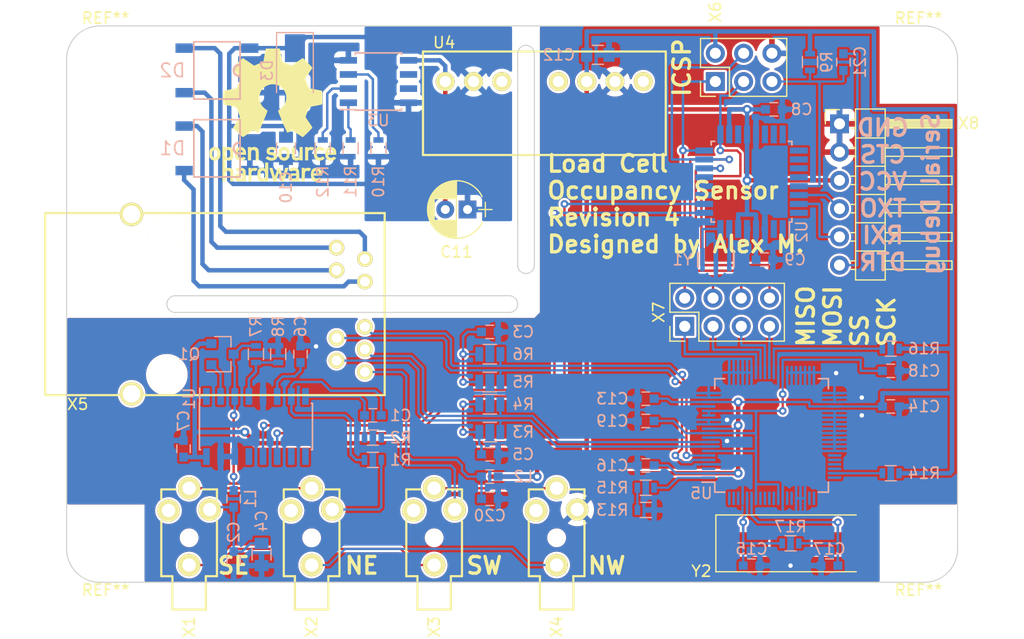
<source format=kicad_pcb>
(kicad_pcb (version 20221018) (generator pcbnew)
  (title_block (title "Load Cell Occupancy Sensor") (date "2018-03-17") (rev "4") (company "Alex M."))
  (layers (0 "F.Cu" signal) (31 "B.Cu" signal) (34 "B.Paste" user) (35 "F.Paste" user) (36 "B.SilkS" user "B.Silkscreen") (37 "F.SilkS" user "F.Silkscreen") (38 "B.Mask" user) (39 "F.Mask" user) (44 "Edge.Cuts" user))
  (net 0 "")
  (net 1 "Net-(C1-Pad2)")
  (net 2 "Net-(C1-Pad1)")
  (net 3 "GND")
  (net 4 "Net-(C2-Pad1)")
  (net 5 "Net-(C3-Pad1)")
  (net 6 "Net-(C5-Pad1)")
  (net 7 "Net-(C6-Pad1)")
  (net 8 "+3V3")
  (net 9 "Net-(C11-Pad2)")
  (net 10 "Net-(C17-Pad1)")
  (net 11 "/PoE_PD_Interface/VC36")
  (net 12 "/PoE_PD_Interface/VC12")
  (net 13 "/PoE_PD_Interface/VC45")
  (net 14 "/PoE_PD_Interface/VC78")
  (net 15 "Net-(Q1-Pad1)")
  (net 16 "Net-(R1-Pad1)")
  (net 17 "Net-(R2-Pad1)")
  (net 18 "Net-(R7-Pad2)")
  (net 19 "RST")
  (net 20 "Net-(R10-Pad1)")
  (net 21 "Net-(R11-Pad2)")
  (net 22 "Net-(R12-Pad2)")
  (net 23 "Net-(R13-Pad2)")
  (net 24 "Net-(R14-Pad2)")
  (net 25 "Net-(R15-Pad2)")
  (net 26 "CLK")
  (net 27 "DAT")
  (net 28 "Net-(U2-Pad7)")
  (net 29 "Net-(U2-Pad8)")
  (net 30 "SS")
  (net 31 "MOSI")
  (net 32 "MISO")
  (net 33 "SCK")
  (net 34 "Net-(X2-Pad3)")
  (net 35 "Net-(L1-Pad2)")
  (net 36 "Net-(R16-Pad2)")
  (net 37 "Net-(X1-Pad3)")
  (net 38 "Net-(X1-Pad4)")
  (net 39 "Net-(X3-Pad4)")
  (net 40 "/PoE_PD_Interface/P")
  (net 41 "/PoE_PD_Interface/N")
  (net 42 "Net-(C15-Pad1)")
  (net 43 "/W5100_Ethernet_Interface/1V8")
  (net 44 "Net-(C20-Pad1)")
  (net 45 "/TD+")
  (net 46 "/TD-")
  (net 47 "/RD+")
  (net 48 "/RD-")
  (net 49 "Net-(U1-Pad9)")
  (net 50 "Net-(U1-Pad10)")
  (net 51 "Net-(U1-Pad13)")
  (net 52 "Net-(U2-Pad11)")
  (net 53 "Net-(U2-Pad12)")
  (net 54 "Net-(U2-Pad13)")
  (net 55 "Net-(U2-Pad19)")
  (net 56 "Net-(U2-Pad22)")
  (net 57 "Net-(U2-Pad23)")
  (net 58 "Net-(U2-Pad24)")
  (net 59 "Net-(U2-Pad25)")
  (net 60 "Net-(U2-Pad26)")
  (net 61 "Net-(U2-Pad27)")
  (net 62 "Net-(U2-Pad28)")
  (net 63 "RXI")
  (net 64 "TXO")
  (net 65 "Net-(U2-Pad32)")
  (net 66 "Net-(U3-Pad6)")
  (net 67 "Net-(U3-Pad7)")
  (net 68 "Net-(U4-Pad3)")
  (net 69 "Net-(U4-Pad5)")
  (net 70 "Net-(U4-Pad8)")
  (net 71 "Net-(U5-Pad3)")
  (net 72 "Net-(U5-Pad27)")
  (net 73 "Net-(U5-Pad28)")
  (net 74 "Net-(U5-Pad29)")
  (net 75 "Net-(U5-Pad30)")
  (net 76 "Net-(U5-Pad55)")
  (net 77 "Net-(U5-Pad56)")
  (net 78 "Net-(U5-Pad57)")
  (net 79 "Net-(U5-Pad58)")
  (net 80 "Net-(U5-Pad60)")
  (net 81 "Net-(U5-Pad61)")
  (net 82 "Net-(U5-Pad62)")
  (net 83 "Net-(U5-Pad66)")
  (net 84 "Net-(U5-Pad67)")
  (net 85 "Net-(U5-Pad70)")
  (net 86 "Net-(U5-Pad71)")
  (net 87 "Net-(U5-Pad72)")
  (net 88 "Net-(U5-Pad73)")
  (net 89 "Net-(U5-Pad78)")
  (net 90 "Net-(U5-Pad79)")
  (net 91 "Net-(U5-Pad80)")
  (net 92 "Net-(X1-Pad1)")
  (net 93 "Net-(X2-Pad1)")
  (net 94 "DTR")
  (net 95 "Net-(U2-Pad1)")
  (net 96 "Net-(U2-Pad2)")
  (net 97 "Net-(X3-Pad3)")
  (net 98 "Net-(X4-Pad3)")
  (footprint "Capacitors_ThroughHole:CP_Radial_D5.0mm_P2.00mm" (layer "F.Cu") (at 111 111.5 180)
    (fp_text reference "C11")
    (fp_text value "22u")
  )
  (footprint "AlexComponents:PG02S" (layer "F.Cu") (at 109 100)
    (fp_text reference "U4")
    (fp_text value "PG02S4803A")
  )
  (footprint "AlexComponents:0813-1X1T-57-F_RJ45-Jack" (layer "F.Cu") (at 84 120 90)
    (fp_text reference "X5")
    (fp_text value "0813-1X1T-57-F")
  )
  (footprint "AlexComponents:SJ1-2503A" (layer "F.Cu") (at 86 141 90)
    (fp_text reference "X1")
    (fp_text value "SJ1-2503A")
  )
  (footprint "AlexComponents:SJ1-2503A" (layer "F.Cu") (at 97 141 90)
    (fp_text reference "X2")
    (fp_text value "SJ1-2503A")
  )
  (footprint "AlexComponents:SJ1-2503A" (layer "F.Cu") (at 108 141 90)
    (fp_text reference "X3")
    (fp_text value "SJ1-2503A")
  )
  (footprint "AlexComponents:SJ1-2503A" (layer "F.Cu") (at 119 141 90)
    (fp_text reference "X4")
    (fp_text value "SJ1-2503A")
  )
  (footprint "Crystals:Crystal_SMD_HC49-SD" (layer "F.Cu") (at 140 141.5)
    (fp_text reference "Y2")
    (fp_text value "25MHz")
  )
  (footprint "Mounting_Holes:MountingHole_3.2mm_M3" (layer "F.Cu") (at 78.5 98.5)
    (fp_text reference "REF**")
    (fp_text value "MountingHole_3.2mm_M3")
  )
  (footprint "Mounting_Holes:MountingHole_3.2mm_M3" (layer "F.Cu") (at 151.5 98.5)
    (fp_text reference "REF**")
    (fp_text value "MountingHole_3.2mm_M3")
  )
  (footprint "Mounting_Holes:MountingHole_3.2mm_M3" (layer "F.Cu") (at 151.5 141.5 180)
    (fp_text reference "REF**")
    (fp_text value "MountingHole_3.2mm_M3")
  )
  (footprint "Mounting_Holes:MountingHole_3.2mm_M3" (layer "F.Cu") (at 78.5 141.5 180)
    (fp_text reference "REF**")
    (fp_text value "MountingHole_3.2mm_M3")
  )
  (footprint "Pin_Headers:Pin_Header_Straight_2x03_Pitch2.54mm" (layer "F.Cu") (at 133.25 100 90)
    (fp_text reference "X6")
    (fp_text value "ICSP")
  )
  (footprint "Symbols:OSHW-Logo_11.4x12mm_SilkScreen" (layer "F.Cu") (at 93.5 103)
    (fp_text reference "REF***" hide)
    (fp_text value "OSHW-Logo_11.4x12mm_SilkScreen" hide)
  )
  (footprint "Pin_Headers:Pin_Header_Angled_1x06_Pitch2.54mm" (layer "F.Cu") (at 144.4 103.8)
    (fp_text reference "X8")
    (fp_text value "Serial Interface")
  )
  (footprint "Pin_Headers:Pin_Header_Straight_2x04_Pitch2.54mm" (layer "F.Cu") (at 130.5 122 90)
    (fp_text reference "X7")
    (fp_text value "SPI Disconnect")
  )
  (footprint "Capacitors_SMD:C_0603" (layer "B.Cu") (at 102.5 130 180)
    (fp_text reference "C1")
    (fp_text value "100n")
  )
  (footprint "Capacitors_SMD:C_0603" (layer "B.Cu") (at 90 143 -90)
    (fp_text reference "C2")
    (fp_text value "100n")
  )
  (footprint "Capacitors_SMD:C_0603" (layer "B.Cu") (at 113 122.5)
    (fp_text reference "C3")
    (fp_text value "100n")
  )
  (footprint "Capacitors_SMD:C_0805" (layer "B.Cu") (at 92.5 142.5 -90)
    (fp_text reference "C4")
    (fp_text value "10u")
  )
  (footprint "Capacitors_SMD:C_0603" (layer "B.Cu") (at 113 133.5)
    (fp_text reference "C5")
    (fp_text value "100n")
  )
  (footprint "Capacitors_SMD:C_0603" (layer "B.Cu") (at 96 124.5 90)
    (fp_text reference "C6")
    (fp_text value "100n")
  )
  (footprint "Capacitors_SMD:C_0603" (layer "B.Cu") (at 85.5 133 90)
    (fp_text reference "C7")
    (fp_text value "100n")
  )
  (footprint "Capacitors_SMD:C_0603" (layer "B.Cu") (at 138.5 102.5)
    (fp_text reference "C8")
    (fp_text value "100n")
  )
  (footprint "Capacitors_SMD:C_0603" (layer "B.Cu") (at 137.66 116)
    (fp_text reference "C9")
    (fp_text value "100n")
  )
  (footprint "Capacitors_SMD:C_0805" (layer "B.Cu") (at 94.7 106 -90)
    (fp_text reference "C10")
    (fp_text value "100n")
  )
  (footprint "Capacitors_SMD:C_0805" (layer "B.Cu") (at 122.7 97.6)
    (fp_text reference "C12")
    (fp_text value "10u")
  )
  (footprint "Capacitors_SMD:C_0603" (layer "B.Cu") (at 127 128.5 180)
    (fp_text reference "C13")
    (fp_text value "100n")
  )
  (footprint "Capacitors_SMD:C_0603" (layer "B.Cu") (at 149 129.2)
    (fp_text reference "C14")
    (fp_text value "100n")
  )
  (footprint "Capacitors_SMD:C_0603" (layer "B.Cu") (at 136.5 143.5)
    (fp_text reference "C15")
    (fp_text value "18p")
  )
  (footprint "Capacitors_SMD:C_0603" (layer "B.Cu") (at 127 134.5 180)
    (fp_text reference "C16")
    (fp_text value "100n")
  )
  (footprint "Capacitors_SMD:C_0603" (layer "B.Cu") (at 143.5 143.5 180)
    (fp_text reference "C17")
    (fp_text value "18p")
  )
  (footprint "Capacitors_SMD:C_0603" (layer "B.Cu") (at 149 126)
    (fp_text reference "C18")
    (fp_text value "100n")
  )
  (footprint "Capacitors_SMD:C_0603" (layer "B.Cu") (at 127 130.5 180)
    (fp_text reference "C19")
    (fp_text value "100n")
  )
  (footprint "AlexComponents:Micro-DIP-4" (layer "B.Cu") (at 88.5 106 -90)
    (fp_text reference "D1")
    (fp_text value "MDB6S")
  )
  (footprint "AlexComponents:Micro-DIP-4" (layer "B.Cu") (at 88.5 99 -90)
    (fp_text reference "D2")
    (fp_text value "MDB6S")
  )
  (footprint "Capacitors_SMD:C_0603" (layer "B.Cu") (at 113 135.5 180)
    (fp_text reference "L2")
    (fp_text value "1uH")
  )
  (footprint "Capacitors_SMD:C_0603" (layer "B.Cu") (at 90 137.5 90)
    (fp_text reference "L1")
    (fp_text value "1uH")
  )
  (footprint "TO_SOT_Packages_SMD:SOT-23" (layer "B.Cu") (at 89 124.5)
    (fp_text reference "Q1")
    (fp_text value "MMBT4403")
  )
  (footprint "Resistors_SMD:R_0603" (layer "B.Cu") (at 102.5 134 180)
    (fp_text reference "R1")
    (fp_text value "100")
  )
  (footprint "Resistors_SMD:R_0603" (layer "B.Cu") (at 102.5 132 180)
    (fp_text reference "R2")
    (fp_text value "100")
  )
  (footprint "Resistors_SMD:R_0805" (layer "B.Cu") (at 113 131.5 180)
    (fp_text reference "R3")
    (fp_text value "49.9")
  )
  (footprint "Resistors_SMD:R_0805" (layer "B.Cu") (at 113 129 180)
    (fp_text reference "R4")
    (fp_text value "49.9")
  )
  (footprint "Resistors_SMD:R_0805" (layer "B.Cu") (at 113 127 180)
    (fp_text reference "R5")
    (fp_text value "49.9")
  )
  (footprint "Resistors_SMD:R_0805" (layer "B.Cu") (at 113 124.5 180)
    (fp_text reference "R6")
    (fp_text value "49.9")
  )
  (footprint "Resistors_SMD:R_0603" (layer "B.Cu") (at 92 124.5 -90)
    (fp_text reference "R7")
    (fp_text value "20k")
  )
  (footprint "Resistors_SMD:R_0603" (layer "B.Cu") (at 94 124.5 90)
    (fp_text reference "R8")
    (fp_text value "8.2k")
  )
  (footprint "Resistors_SMD:R_0603" (layer "B.Cu") (at 141.75 98.25 -90)
    (fp_text reference "R9")
    (fp_text value "12k")
  )
  (footprint "Resistors_SMD:R_0603" (layer "B.Cu") (at 103 106 -90)
    (fp_text reference "R10")
    (fp_text value "24.9k")
  )
  (footprint "Resistors_SMD:R_0603" (layer "B.Cu") (at 100.5 106 90)
    (fp_text reference "R11")
    (fp_text value "178k")
  )
  (footprint "Resistors_SMD:R_0603" (layer "B.Cu") (at 98 106 90)
    (fp_text reference "R12")
    (fp_text value "4420")
  )
  (footprint "Resistors_SMD:R_0603" (layer "B.Cu") (at 127 138.5 180)
    (fp_text reference "R13")
    (fp_text value "300")
  )
  (footprint "Resistors_SMD:R_0603" (layer "B.Cu") (at 127 136.5)
    (fp_text reference "R15")
    (fp_text value "12k")
  )
  (footprint "Resistors_SMD:R_0603" (layer "B.Cu") (at 149 124 180)
    (fp_text reference "R16")
    (fp_text value "12k")
  )
  (footprint "Housings_SOIC:SOIC-16_3.9x9.9mm_Pitch1.27mm" (layer "B.Cu") (at 92 131 -90)
    (fp_text reference "U1")
    (fp_text value "HX711")
  )
  (footprint "Housings_QFP:TQFP-32_7x7mm_Pitch0.8mm" (layer "B.Cu") (at 136.5 109 90)
    (fp_text reference "U2")
    (fp_text value "ATMEGA328P-AU")
  )
  (footprint "Housings_SOIC:SOIC-8_3.9x4.9mm_Pitch1.27mm" (layer "B.Cu") (at 103 100)
    (fp_text reference "U3")
    (fp_text value "NCP1090")
  )
  (footprint "AlexComponents:CERALOCK_CSTCE_Resonator" (layer "B.Cu") (at 133.3 116.01 180)
    (fp_text reference "Y1")
    (fp_text value "8MHz")
  )
  (footprint "Resistors_SMD:R_0603" (layer "B.Cu") (at 149 135.2 180)
    (fp_text reference "R14")
    (fp_text value "12k")
  )
  (footprint "Diodes_SMD:D_SMA" (layer "B.Cu") (at 95.5 99 -90)
    (fp_text reference "D3")
    (fp_text value "SMAJ58A")
  )
  (footprint "Housings_QFP:LQFP-80_10x10mm_Pitch0.4mm" (layer "B.Cu") (at 138.3 131.8)
    (fp_text reference "U5")
    (fp_text value "W5100")
  )
  (footprint "Capacitors_SMD:C_0603" (layer "B.Cu") (at 113 137.5)
    (fp_text reference "C20")
    (fp_text value "100n")
  )
  (footprint "Resistors_SMD:R_0603" (layer "B.Cu") (at 140 141.5)
    (fp_text reference "R17")
    (fp_text value "1M")
  )
  (footprint "Capacitors_SMD:C_0603" (layer "B.Cu") (at 144.75 98.25 -90)
    (fp_text reference "C21")
    (fp_text value "100n")
  )
  (gr_arc (start 117 116.5) (mid 116.78033 117.03033) (end 116.25 117.25) (stroke (width 0.1)) (layer "Edge.Cuts"))
  (gr_arc (start 116.25 96.75) (mid 116.78033 96.96967) (end 117 97.5) (stroke (width 0.1)) (layer "Edge.Cuts"))
  (gr_line (start 114.75 119.25) (end 84.75 119.25) (stroke (width 0.1)) (layer "Edge.Cuts"))
  (gr_arc (start 84.75 120.75) (mid 84.21967 120.53033) (end 84 120) (stroke (width 0.1)) (layer "Edge.Cuts"))
  (gr_arc (start 114.75 119.25) (mid 115.28033 119.46967) (end 115.5 120) (stroke (width 0.1)) (layer "Edge.Cuts"))
  (gr_arc (start 75 98) (mid 75.87868 95.87868) (end 78 95) (stroke (width 0.1)) (layer "Edge.Cuts"))
  (gr_arc (start 152 95) (mid 154.12132 95.87868) (end 155 98) (stroke (width 0.1)) (layer "Edge.Cuts"))
  (gr_arc (start 115.5 97.5) (mid 115.71967 96.96967) (end 116.25 96.75) (stroke (width 0.1)) (layer "Edge.Cuts"))
  (gr_arc (start 84 120) (mid 84.21967 119.46967) (end 84.75 119.25) (stroke (width 0.1)) (layer "Edge.Cuts"))
  (gr_line (start 155 98) (end 155 142) (stroke (width 0.1)) (layer "Edge.Cuts"))
  (gr_line (start 75 142) (end 75 98) (stroke (width 0.1)) (layer "Edge.Cuts"))
  (gr_line (start 117 97.5) (end 117 116.5) (stroke (width 0.1)) (layer "Edge.Cuts"))
  (gr_line (start 152 145) (end 78 145) (stroke (width 0.1)) (layer "Edge.Cuts"))
  (gr_arc (start 115.5 120) (mid 115.28033 120.53033) (end 114.75 120.75) (stroke (width 0.1)) (layer "Edge.Cuts"))
  (gr_line (start 84.75 120.75) (end 114.75 120.75) (stroke (width 0.1)) (layer "Edge.Cuts"))
  (gr_arc (start 155 142) (mid 154.12132 144.12132) (end 152 145) (stroke (width 0.1)) (layer "Edge.Cuts"))
  (gr_line (start 78 95) (end 152 95) (stroke (width 0.1)) (layer "Edge.Cuts"))
  (gr_line (start 115.5 116.5) (end 115.5 97.5) (stroke (width 0.1)) (layer "Edge.Cuts"))
  (gr_arc (start 116.25 117.25) (mid 115.71967 117.03033) (end 115.5 116.5) (stroke (width 0.1)) (layer "Edge.Cuts"))
  (gr_arc (start 78 145) (mid 75.87868 144.12132) (end 75 142) (stroke (width 0.1)) (layer "Edge.Cuts"))
  (gr_text "Serial Debug" (at 152.6 110.1 90) (layer "B.SilkS") (effects (font (size 1.5 1.5) (thickness 0.3)) (justify mirror)))
  (gr_text "GND\nCTS\nVCC\nTXO\nRXI\nDTR" (at 148.3 110.2) (layer "B.SilkS") (effects (font (size 1.5 1.5) (thickness 0.3)) (justify mirror)))
  (gr_text "MISO\nMOSI\nSS\nSCK" (at 145 124 90) (layer "F.SilkS") (effects (font (size 1.5 1.5) (thickness 0.3)) (justify left)))
  (gr_text "NW" (at 123.5 143.5) (layer "F.SilkS") (effects (font (size 1.5 1.5) (thickness 0.3))))
  (gr_text "ICSP" (at 130.25 98.75 90) (layer "F.SilkS") (effects (font (size 1.5 1.5) (thickness 0.3))))
  (gr_text "SW" (at 112.5 143.5) (layer "F.SilkS") (effects (font (size 1.5 1.5) (thickness 0.3))))
  (gr_text "Load Cell \nOccupancy Sensor\nRevision 4\nDesigned by Alex M." (at 118 111) (layer "F.SilkS") (effects (font (size 1.5 1.5) (thickness 0.3)) (justify left)))
  (gr_text "SE" (at 90 143.5) (layer "F.SilkS") (effects (font (size 1.5 1.5) (thickness 0.3))))
  (gr_text "NE" (at 101.5 143.5) (layer "F.SilkS") (effects (font (size 1.5 1.5) (thickness 0.3))))
  (segment (start 101.75 128.75) (end 101.3 128.3) (width 0.22) (layer "B.Cu") (net 1))
  (segment (start 101.3 128.3) (end 100.1 128.3) (width 0.22) (layer "B.Cu") (net 1))
  (segment (start 100.1 128.3) (end 97.9 128.3) (width 0.22) (layer "B.Cu") (net 1))
  (segment (start 101.75 132) (end 101.75 130) (width 0.22) (layer "B.Cu") (net 1))
  (segment (start 101.75 130) (end 101.75 128.75) (width 0.22) (layer "B.Cu") (net 1))
  (segment (start 97.9 128.3) (end 96.445 128.3) (width 0.22) (layer "B.Cu") (net 1))
  (segment (start 95.175 127.325) (end 95.5 127) (width 0.22) (layer "B.Cu") (net 2))
  (segment (start 103.25 128.35) (end 102.7 127.8) (width 0.22) (layer "B.Cu") (net 2))
  (segment (start 102.7 127.8) (end 101.3 127.8) (width 0.22) (layer "B.Cu") (net 2))
  (segment (start 98.7 127.8) (end 101.3 127.8) (width 0.22) (layer "B.Cu") (net 2))
  (segment (start 95.175 129.675) (end 95.5 130) (width 0.22) (layer "B.Cu") (net 2))
  (segment (start 95.5 130) (end 99.5 130) (width 0.22) (layer "B.Cu") (net 2))
  (segment (start 101 134) (end 100.5 133.5) (width 0.22) (layer "B.Cu") (net 2))
  (segment (start 100.5 133.5) (end 100.5 131) (width 0.22) (layer "B.Cu") (net 2))
  (segment (start 100 130) (end 100.5 130.5) (width 0.22) (layer "B.Cu") (net 2))
  (segment (start 100.5 130.5) (end 100.5 131) (width 0.22) (layer "B.Cu") (net 2))
  (segment (start 103.25 128.35) (end 103.25 130) (width 0.22) (layer "B.Cu") (net 2))
  (segment (start 97.9 127) (end 97 127) (width 0.22) (layer "B.Cu") (net 2))
  (segment (start 95.175 128.3) (end 95.175 129.675) (width 0.22) (layer "B.Cu") (net 2))
  (segment (start 97 127) (end 95.5 127) (width 0.22) (layer "B.Cu") (net 2))
  (segment (start 99.5 130) (end 100 130) (width 0.22) (layer "B.Cu") (net 2))
  (segment (start 97.9 127) (end 98.7 127.8) (width 0.22) (layer "B.Cu") (net 2))
  (segment (start 95.175 128.3) (end 95.175 127.325) (width 0.22) (layer "B.Cu") (net 2))
  (segment (start 101 134) (end 101.75 134) (width 0.22) (layer "B.Cu") (net 2))
  (via (at 144.1 126.2) (size 0.8) (drill 0.4) (layers "F.Cu" "B.Cu") (net 3))
  (via (at 146.4 128.4) (size 0.8) (drill 0.4) (layers "F.Cu" "B.Cu") (net 3))
  (via (at 134.3 130.4) (size 0.8) (drill 0.4) (layers "F.Cu" "B.Cu") (net 3))
  (via (at 97.4 123.8) (size 0.8) (drill 0.4) (layers "F.Cu" "B.Cu") (net 3))
  (via (at 134.3 132.3) (size 0.8) (drill 0.4) (layers "F.Cu" "B.Cu") (net 3))
  (via (at 146.4 130) (size 0.8) (drill 0.4) (layers "F.Cu" "B.Cu") (net 3))
  (via (at 140 143.5) (size 0.8) (drill 0.4) (layers "F.Cu" "B.Cu") (net 3))
  (segment (start 97.35 123.75) (end 97.4 123.8) (width 0.4) (layer "B.Cu") (net 3))
  (segment (start 134 132) (end 134.3 132.3) (width 0.2) (layer "B.Cu") (net 3))
  (segment (start 144.05 126.15) (end 144.1 126.2) (width 0.2) (layer "B.Cu") (net 3))
  (segment (start 138.9 127.4) (end 137.6 127.4) (width 0.2) (layer "B.Cu") (net 3))
  (segment (start 137.6 127.4) (end 137.6 128) (width 0.2) (layer "B.Cu") (net 3))
  (segment (start 130.5 129.2) (end 130 129.7) (width 0.2) (layer "B.Cu") (net 3))
  (segment (start 146 128.8) (end 146.4 128.4) (width 0.2) (layer "B.Cu") (net 3))
  (segment (start 146 129.6) (end 146.4 130) (width 0.2) (layer "B.Cu") (net 3))
  (segment (start 138.9 126.15) (end 138.9 124.7) (width 0.2) (layer "B.Cu") (net 3))
  (segment (start 143.95 128.8) (end 146 128.8) (width 0.2) (layer "B.Cu") (net 3))
  (segment (start 132.65 130.8) (end 132.65 130.4) (width 0.2) (layer "B.Cu") (net 3))
  (segment (start 138.9 126.15) (end 138.9 127.4) (width 0.2) (layer "B.Cu") (net 3))
  (segment (start 140.9 126.15) (end 140.9 127.4) (width 0.2) (layer "B.Cu") (net 3))
  (segment (start 132.65 128.4) (end 133.9 128.4) (width 0.2) (layer "B.Cu") (net 3))
  (segment (start 143.95 129.6) (end 146 129.6) (width 0.2) (layer "B.Cu") (net 3))
  (segment (start 132.65 128) (end 133.9 128) (width 0.2) (layer "B.Cu") (net 3))
  (segment (start 140.5 126.15) (end 140.9 126.15) (width 0.2) (layer "B.Cu") (net 3))
  (segment (start 136.5 126.15) (end 136.5 127.4) (width 0.2) (layer "B.Cu") (net 3))
  (segment (start 141.7 126.15) (end 141.7 127.4) (width 0.2) (layer "B.Cu") (net 3))
  (segment (start 140.9 126.15) (end 141.3 126.15) (width 0.2) (layer "B.Cu") (net 3))
  (segment (start 143.95 129.6) (end 142.7 129.6) (width 0.2) (layer "B.Cu") (net 3))
  (segment (start 140.5 126.15) (end 140.5 127.4) (width 0.2) (layer "B.Cu") (net 3))
  (segment (start 136.1 126.15) (end 136.1 127.4) (width 0.2) (layer "B.Cu") (net 3))
  (segment (start 135.7 137.45) (end 135.7 136.2) (width 0.2) (layer "B.Cu") (net 3))
  (segment (start 142.1 126.15) (end 142.1 127.4) (width 0.2) (layer "B.Cu") (net 3))
  (segment (start 140.9 137.45) (end 140.9 136.2) (width 0.2) (layer "B.Cu") (net 3))
  (segment (start 143.95 130.4) (end 142.7 130.4) (width 0.2) (layer "B.Cu") (net 3))
  (segment (start 133.9 130.4) (end 132.65 130.4) (width 0.2) (layer "B.Cu") (net 3))
  (segment (start 143.95 128.4) (end 142.7 128.4) (width 0.2) (layer "B.Cu") (net 3))
  (segment (start 134.3 130.4) (end 133.9 130.4) (width 0.2) (layer "B.Cu") (net 3))
  (segment (start 132.65 132) (end 134 132) (width 0.2) (layer "B.Cu") (net 3))
  (segment (start 141.3 126.15) (end 141.7 126.15) (width 0.2) (layer "B.Cu") (net 3))
  (segment (start 139.7 126.15) (end 139.7 127.4) (width 0.2) (layer "B.Cu") (net 3))
  (segment (start 143.95 128) (end 142.7 128) (width 0.2) (layer "B.Cu") (net 3))
  (segment (start 133.9 132) (end 132.65 132) (width 0.2) (layer "B.Cu") (net 3))
  (segment (start 143.95 131.6) (end 142.7 131.6) (width 0.2) (layer "B.Cu") (net 3))
  (segment (start 135.7 126.15) (end 135.7 127.4) (width 0.2) (layer "B.Cu") (net 3))
  (segment (start 143.95 132.4) (end 142.7 132.4) (width 0.2) (layer "B.Cu") (net 3))
  (segment (start 134.5 126.15) (end 134.5 127.4) (width 0.2) (layer "B.Cu") (net 3))
  (segment (start 143.95 133.2) (end 143.95 132.8) (width 0.2) (layer "B.Cu") (net 3))
  (segment (start 139.3 137.45) (end 139.3 136.2) (width 0.2) (layer "B.Cu") (net 3))
  (segment (start 143.95 130) (end 142.7 130) (width 0.2) (layer "B.Cu") (net 3))
  (segment (start 132.65 134.4) (end 133.9 134.4) (width 0.2) (layer "B.Cu") (net 3))
  (segment (start 141.3 137.45) (end 141.3 136.2) (width 0.2) (layer "B.Cu") (net 3))
  (segment (start 132.65 129.2) (end 131.3 129.2) (width 0.2) (layer "B.Cu") (net 3))
  (segment (start 143.95 128.4) (end 145.7 128.4) (width 0.2) (layer "B.Cu") (net 3))
  (segment (start 143.95 132.8) (end 142.7 132.8) (width 0.2) (layer "B.Cu") (net 3))
  (segment (start 139.7 126.15) (end 140.1 126.15) (width 0.2) (layer "B.Cu") (net 3))
  (segment (start 143.95 132) (end 142.7 132) (width 0.2) (layer "B.Cu") (net 3))
  (segment (start 142.75 143.5) (end 140 143.5) (width 0.4) (layer "B.Cu") (net 3))
  (segment (start 96 123.75) (end 97.35 123.75) (width 0.4) (layer "B.Cu") (net 3))
  (segment (start 134.9 126.15) (end 134.9 127.4) (width 0.2) (layer "B.Cu") (net 3))
  (segment (start 139.3 137.45) (end 139.3 138.3) (width 0.2) (layer "B.Cu") (net 3))
  (segment (start 143.95 128.8) (end 142.7 128.8) (width 0.2) (layer "B.Cu") (net 3))
  (segment (start 140.5 137.45) (end 140.5 136.2) (width 0.2) (layer "B.Cu") (net 3))
  (segment (start 132.65 130.8) (end 133.9 130.8) (width 0.2) (layer "B.Cu") (net 3))
  (segment (start 142.1 126.15) (end 144.05 126.15) (width 0.2) (layer "B.Cu") (net 3))
  (segment (start 140.1 126.15) (end 140.5 126.15) (width 0.2) (layer "B.Cu") (net 3))
  (segment (start 141.7 126.15) (end 142.1 126.15) (width 0.2) (layer "B.Cu") (net 3))
  (segment (start 132.65 129.2) (end 130.5 129.2) (width 0.2) (layer "B.Cu") (net 3))
  (segment (start 141.3 126.15) (end 141.3 127.4) (width 0.2) (layer "B.Cu") (net 3))
  (segment (start 143.95 133.2) (end 142.7 133.2) (width 0.2) (layer "B.Cu") (net 3))
  (segment (start 143.95 131.2) (end 142.7 131.2) (width 0.2) (layer "B.Cu") (net 3))
  (segment (start 135.3 126.15) (end 135.3 127.4) (width 0.2) (layer "B.Cu") (net 3))
  (segment (start 132.65 128.4) (end 132.65 128) (width 0.2) (layer "B.Cu") (net 3))
  (segment (start 143.95 130.8) (end 142.7 130.8) (width 0.2) (layer "B.Cu") (net 3))
  (segment (start 140.1 126.15) (end 140.1 127.4) (width 0.2) (layer "B.Cu") (net 3))
  (segment (start 88.06 138.25) (end 87.85 138.46) (width 0.22) (layer "B.Cu") (net 4))
  (segment (start 90.75 142.25) (end 91 142) (width 0.22) (layer "B.Cu") (net 4))
  (segment (start 91.5 141.5) (end 91 142) (width 0.22) (layer "B.Cu") (net 4))
  (segment (start 90 138.25) (end 88.06 138.25) (width 0.22) (layer "B.Cu") (net 4))
  (segment (start 90.75 142.25) (end 90 142.25) (width 0.22) (layer "B.Cu") (net 4))
  (segment (start 90 142.25) (end 90 138.25) (width 0.22) (layer "B.Cu") (net 4))
  (segment (start 92.5 141.5) (end 91.5 141.5) (width 0.22) (layer "B.Cu") (net 4))
  (segment (start 110.6 127) (end 110.6 124.5) (width 0.22) (layer "F.Cu") (net 5))
  (via (at 110.6 124.5) (size 0.6858) (drill 0.3302) (layers "F.Cu" "B.Cu") (net 5))
  (via (at 110.6 127) (size 0.6858) (drill 0.3302) (layers "F.Cu" "B.Cu") (net 5))
  (segment (start 110.6 124.5) (end 112.05 124.5) (width 0.22) (layer "B.Cu") (net 5))
  (segment (start 110.6 122.9) (end 111 122.5) (width 0.22) (layer "B.Cu") (net 5))
  (segment (start 111 122.5) (end 112.25 122.5) (width 0.22) (layer "B.Cu") (net 5))
  (segment (start 112.05 127) (end 110.6 127) (width 0.22) (layer "B.Cu") (net 5))
  (segment (start 110.6 124.5) (end 110.6 122.9) (width 0.22) (layer "B.Cu") (net 5))
  (segment (start 110.6 129) (end 110.6 131.5) (width 0.22) (layer "F.Cu") (net 6))
  (via (at 110.6 131.5) (size 0.6858) (drill 0.3302) (layers "F.Cu" "B.Cu") (net 6))
  (via (at 110.6 129) (size 0.6858) (drill 0.3302) (layers "F.Cu" "B.Cu") (net 6))
  (segment (start 112.25 132.75) (end 112.05 132.55) (width 0.22) (layer "B.Cu") (net 6))
  (segment (start 112.05 132.55) (end 112.05 131.5) (width 0.22) (layer "B.Cu") (net 6))
  (segment (start 112.25 133.5) (end 112.25 132.75) (width 0.22) (layer "B.Cu") (net 6))
  (segment (start 112.05 131.5) (end 110.6 131.5) (width 0.22) (layer "B.Cu") (net 6))
  (segment (start 112.05 129) (end 110.6 129) (width 0.22) (layer "B.Cu") (net 6))
  (segment (start 93.905 126.995) (end 94.4 126.5) (width 0.22) (layer "B.Cu") (net 7))
  (segment (start 94.4 126.5) (end 94.8 126.5) (width 0.22) (layer "B.Cu") (net 7))
  (segment (start 95.5 126.5) (end 96 126) (width 0.22) (layer "B.Cu") (net 7))
  (segment (start 96 126) (end 96 125.25) (width 0.22) (layer "B.Cu") (net 7))
  (segment (start 94.8 126.5) (end 95.5 126.5) (width 0.22) (layer "B.Cu") (net 7))
  (segment (start 93.905 128.3) (end 93.905 126.995) (width 0.22) (layer "B.Cu") (net 7))
  (segment (start 122 102.5) (end 136.1 102.5) (width 0.4) (layer "F.Cu") (net 8))
  (segment (start 91 131.5) (end 92 132.5) (width 0.4) (layer "F.Cu") (net 8))
  (segment (start 92 132.5) (end 98.75 132.5) (width 0.4) (layer "F.Cu") (net 8))
  (segment (start 117.25 135.5) (end 113 135.5) (width 0.4) (layer "F.Cu") (net 8))
  (segment (start 110 132.5) (end 98.75 132.5) (width 0.4) (layer "F.Cu") (net 8))
  (segment (start 121.7 102.5) (end 122 102.5) (width 0.4) (layer "F.Cu") (net 8))
  (segment (start 121.7 132.5) (end 121.6 132.5) (width 0.4) (layer "F.Cu") (net 8))
  (segment (start 121.6 132.5) (end 121.7 132.5) (width 0.4) (layer "F.Cu") (net 8))
  (segment (start 117.25 132.5) (end 117.3 132.5) (width 0.4) (layer "F.Cu") (net 8))
  (segment (start 117.3 132.5) (end 110 132.5) (width 0.4) (layer "F.Cu") (net 8))
  (segment (start 121.7 135.2) (end 121.7 132.5) (width 0.4) (layer "F.Cu") (net 8))
  (segment (start 135.3 135.2) (end 135.3 130.9) (width 0.4) (layer "F.Cu") (net 8))
  (segment (start 121.7 100) (end 121.7 102.5) (width 0.4) (layer "F.Cu") (net 8))
  (segment (start 144.4 108.88) (end 136.1 108.88) (width 0.4) (layer "F.Cu") (net 8))
  (segment (start 117.25 135.5) (end 117.25 132.5) (width 0.4) (layer "F.Cu") (net 8))
  (segment (start 121.7 132.5) (end 117.3 132.5) (width 0.4) (layer "F.Cu") (net 8))
  (segment (start 135.3 130.9) (end 135.3 128.8) (width 0.4) (layer "F.Cu") (net 8))
  (segment (start 121.7 102.5) (end 121.7 132.5) (width 0.4) (layer "F.Cu") (net 8))
  (segment (start 135.3 135.2) (end 121.7 135.2) (width 0.4) (layer "F.Cu") (net 8))
  (via (at 135.3 135.2) (size 0.8) (drill 0.4) (layers "F.Cu" "B.Cu") (net 8))
  (via (at 91 131.5) (size 0.8) (drill 0.4) (layers "F.Cu" "B.Cu") (net 8))
  (via (at 117.25 135.5) (size 0.8) (drill 0.4) (layers "F.Cu" "B.Cu") (net 8))
  (via (at 136.1 108.88) (size 0.8) (drill 0.4) (layers "F.Cu" "B.Cu") (net 8))
  (via (at 136.1 102.5) (size 0.8) (drill 0.4) (layers "F.Cu" "B.Cu") (net 8))
  (via (at 135.3 128.8) (size 0.8) (drill 0.4) (layers "F.Cu" "B.Cu") (net 8))
  (via (at 135.3 130.9) (size 0.8) (drill 0.4) (layers "F.Cu" "B.Cu") (net 8))
  (segment (start 87.505 133.75) (end 87.555 133.7) (width 0.4) (layer "B.Cu") (net 8))
  (segment (start 86.5 133.75) (end 87.505 133.75) (width 0.4) (layer "B.Cu") (net 8))
  (segment (start 86.5 124) (end 86.95 123.55) (width 0.4) (layer "B.Cu") (net 8))
  (segment (start 86.95 123.55) (end 88 123.55) (width 0.4) (layer "B.Cu") (net 8))
  (segment (start 86.5 128.3) (end 86.6 128.3) (width 0.4) (layer "B.Cu") (net 8))
  (segment (start 86.6 128.3) (end 86.5 128.3) (width 0.4) (layer "B.Cu") (net 8))
  (segment (start 86.5 128.3) (end 86.5 124) (width 0.4) (layer "B.Cu") (net 8))
  (segment (start 86.5 131.9) (end 86.5 131.5) (width 0.4) (layer "B.Cu") (net 8))
  (segment (start 121.7 95.5) (end 133.2 95.5) (width 0.4) (layer "B.Cu") (net 8))
  (segment (start 133.2 95.5) (end 141.7 95.5) (width 0.4) (layer "B.Cu") (net 8))
  (segment (start 133.25 95.55) (end 133.2 95.5) (width 0.4) (layer "B.Cu") (net 8))
  (segment (start 134.5 102.5) (end 136.1 102.5) (width 0.4) (layer "B.Cu") (net 8))
  (segment (start 136.9 115.99) (end 136.91 116) (width 0.4) (layer "B.Cu") (net 8))
  (segment (start 135.3 111.94) (end 136.1 111.94) (width 0.4) (layer "B.Cu") (net 8))
  (segment (start 136.9 111.94) (end 136.9 113.25) (width 0.4) (layer "B.Cu") (net 8))
  (segment (start 136.1 111.94) (end 136.9 111.94) (width 0.4) (layer "B.Cu") (net 8))
  (segment (start 136.1 108.88) (end 136.1 109.55) (width 0.4) (layer "B.Cu") (net 8))
  (segment (start 136.1 109.55) (end 136.1 104.75) (width 0.4) (layer "B.Cu") (net 8))
  (segment (start 147.5 96) (end 147.5 102.5) (width 0.4) (layer "B.Cu") (net 8))
  (segment (start 141.7 129.2) (end 141.71 129.2) (width 0.2) (layer "B.Cu") (net 8))
  (segment (start 141.7 128.8) (end 141.7 128.93) (width 0.2) (layer "B.Cu") (net 8))
  (segment (start 154.5 102.5) (end 154.5 124) (width 0.4) (layer "B.Cu") (net 8))
  (segment (start 154.3 135.2) (end 154.5 135) (width 0.4) (layer "B.Cu") (net 8))
  (segment (start 154.5 124) (end 154.5 127) (width 0.4) (layer "B.Cu") (net 8))
  (segment (start 154.5 127) (end 154.5 128.01) (width 0.4) (layer "B.Cu") (net 8))
  (segment (start 147.5 95.5) (end 147.5 96) (width 0.4) (layer "B.Cu") (net 8))
  (segment (start 141.75 95.5) (end 141.7 95.5) (width 0.4) (layer "B.Cu") (net 8))
  (segment (start 86.5 131.5) (end 86.5 128.3) (width 0.4) (layer "B.Cu") (net 8))
  (segment (start 129.3 128.8) (end 129 128.5) (width 0.2) (layer "B.Cu") (net 8))
  (segment (start 129 128.5) (end 127.75 128.5) (width 0.2) (layer "B.Cu") (net 8))
  (segment (start 129.7 135.2) (end 129 134.5) (width 0.2) (layer "B.Cu") (net 8))
  (segment (start 129 134.5) (end 127.75 134.5) (width 0.2) (layer "B.Cu") (net 8))
  (segment (start 135.3 128.8) (end 141.7 128.8) (width 0.2) (layer "B.Cu") (net 8))
  (segment (start 135 131.2) (end 135.3 130.9) (width 0.2) (layer "B.Cu") (net 8))
  (segment (start 148.25 128) (end 148.26 128.01) (width 0.4) (layer "B.Cu") (net 8))
  (segment (start 148.26 128.01) (end 154.5 128.01) (width 0.4) (layer "B.Cu") (net 8))
  (segment (start 154.5 128.01) (end 154.5 135) (width 0.4) (layer "B.Cu") (net 8))
  (segment (start 141.7 95.5) (end 147.5 95.5) (width 0.4) (layer "B.Cu") (net 8))
  (segment (start 86.5 133.75) (end 86.5 131.9) (width 0.4) (layer "B.Cu") (net 8))
  (segment (start 143.95 129.2) (end 141.7 129.2) (width 0.2) (layer "B.Cu") (net 8))
  (segment (start 136.1 111.94) (end 136.1 111.72) (width 0.4) (layer "B.Cu") (net 8))
  (segment (start 132.65 128.8) (end 129.3 128.8) (width 0.2) (layer "B.Cu") (net 8))
  (segment (start 141.75 97.5) (end 141.75 95.5) (width 0.4) (layer "B.Cu") (net 8))
  (segment (start 91 131.5) (end 86.5 131.5) (width 0.4) (layer "B.Cu") (net 8))
  (segment (start 134.5 104.75) (end 134.5 102.5) (width 0.4) (layer "B.Cu") (net 8))
  (segment (start 149.75 135.2) (end 154.3 135.2) (width 0.4) (layer "B.Cu") (net 8))
  (segment (start 132.65 128.8) (end 135.3 128.8) (width 0.2) (layer "B.Cu") (net 8))
  (segment (start 135.3 113.25) (end 135.3 111.94) (width 0.4) (layer "B.Cu") (net 8))
  (segment (start 85.5 133.75) (end 86.5 133.75) (width 0.4) (layer "B.Cu") (net 8))
  (segment (start 132.65 135.2) (end 129.7 135.2) (width 0.2) (layer "B.Cu") (net 8))
  (segment (start 133.25 97.46) (end 133.25 95.55) (width 0.4) (layer "B.Cu") (net 8))
  (segment (start 121.7 100) (end 121.7 97.6) (width 0.4) (layer "B.Cu") (net 8))
  (segment (start 149.75 124) (end 154.5 124) (width 0.4) (layer "B.Cu") (net 8))
  (segment (start 143.95 129.2) (end 148.25 129.2) (width 0.2) (layer "B.Cu") (net 8))
  (segment (start 136.9 113.25) (end 136.9 115.99) (width 0.4) (layer "B.Cu") (net 8))
  (segment (start 141.7 128.93) (end 141.7 129.2) (width 0.2) (layer "B.Cu") (net 8))
  (segment (start 136.1 102.5) (end 137.75 102.5) (width 0.4) (layer "B.Cu") (net 8))
  (segment (start 87.555 128.3) (end 86.5 128.3) (width 0.4) (layer "B.Cu") (net 8))
  (segment (start 147.5 102.5) (end 154.5 102.5) (width 0.4) (layer "B.Cu") (net 8))
  (segment (start 121.7 95.5) (end 121.7 97.6) (width 0.4) (layer "B.Cu") (net 8))
  (segment (start 136.1 104.75) (end 136.1 102.5) (width 0.4) (layer "B.Cu") (net 8))
  (segment (start 136.1 111.72) (end 136.1 109.55) (width 0.4) (layer "B.Cu") (net 8))
  (segment (start 135 131.2) (end 132.65 131.2) (width 0.2) (layer "B.Cu") (net 8))
  (segment (start 132.65 135.2) (end 135.3 135.2) (width 0.2) (layer "B.Cu") (net 8))
  (segment (start 148.25 129.2) (end 148.25 128) (width 0.4) (layer "B.Cu") (net 8))
  (segment (start 113.75 135.5) (end 117.25 135.5) (width 0.4) (layer "B.Cu") (net 8))
  (segment (start 109 111.5) (end 109 100) (width 0.4) (layer "F.Cu") (net 9))
  (segment (start 108.495 98.095) (end 109 98.6) (width 0.4) (layer "B.Cu") (net 9))
  (segment (start 109 98.6) (end 109 100) (width 0.4) (layer "B.Cu") (net 9))
  (segment (start 105.7 98.095) (end 108.495 98.095) (width 0.4) (layer "B.Cu") (net 9))
  (segment (start 144.25 141.5) (end 144.25 139.6) (width 0.22) (layer "F.Cu") (net 10))
  (via (at 144.25 139.6) (size 0.6858) (drill 0.3302) (layers "F.Cu" "B.Cu") (net 10))
  (segment (start 144.25 139.6) (end 144.25 141.5) (width 0.22) (layer "B.Cu") (net 10))
  (segment (start 144.25 141.5) (end 144.25 143.5) (width 0.22) (layer "B.Cu") (net 10))
  (segment (start 136.5 139) (end 137.1 139.6) (width 0.22) (layer "B.Cu") (net 10))
  (segment (start 137.1 139.6) (end 144.25 139.6) (width 0.22) (layer "B.Cu") (net 10))
  (segment (start 136.5 137.45) (end 136.5 139) (width 0.22) (layer "B.Cu") (net 10))
  (segment (start 144.25 141.5) (end 140.75 141.5) (width 0.22) (layer "B.Cu") (net 10))
  (segment (start 86.4 110.1) (end 86.4 109.7) (width 0.4) (layer "B.Cu") (net 11))
  (segment (start 86.4 109.7) (end 85.55 108.85) (width 0.4) (layer "B.Cu") (net 11))
  (segment (start 85.55 108.85) (end 85.55 108) (width 0.4) (layer "B.Cu") (net 11))
  (segment (start 100.32 117.98) (end 99.9 118.4) (width 0.4) (layer "B.Cu") (net 11))
  (segment (start 99.9 118.4) (end 86.9 118.4) (width 0.4) (layer "B.Cu") (net 11))
  (segment (start 86.9 118.4) (end 86.4 117.9) (width 0.4) (layer "B.Cu") (net 11))
  (segment (start 86.4 117.9) (end 86.4 110.1) (width 0.4) (layer "B.Cu") (net 11))
  (segment (start 101.78 117.98) (end 100.32 117.98) (width 0.4) (layer "B.Cu") (net 11))
  (segment (start 86.7 104) (end 87.2 104.5) (width 0.4) (layer "B.Cu") (net 12))
  (segment (start 87.2 104.5) (end 87.2 108.7) (width 0.4) (layer "B.Cu") (net 12))
  (segment (start 87.76 116.96) (end 87.2 116.4) (width 0.4) (layer "B.Cu") (net 12))
  (segment (start 87.2 116.4) (end 87.2 108.7) (width 0.4) (layer "B.Cu") (net 12))
  (segment (start 99.24 116.96) (end 87.76 116.96) (width 0.4) (layer "B.Cu") (net 12))
  (segment (start 86.7 104) (end 85.55 104) (width 0.4) (layer "B.Cu") (net 12))
  (segment (start 87.4 101) (end 88 101.6) (width 0.4) (layer "B.Cu") (net 13))
  (segment (start 88 101.6) (end 88 108.7) (width 0.4) (layer "B.Cu") (net 13))
  (segment (start 88.53 114.93) (end 88 114.4) (width 0.4) (layer "B.Cu") (net 13))
  (segment (start 88 114.4) (end 88 108.7) (width 0.4) (layer "B.Cu") (net 13))
  (segment (start 99.24 114.93) (end 88.53 114.93) (width 0.4) (layer "B.Cu") (net 13))
  (segment (start 87.4 101) (end 85.55 101) (width 0.4) (layer "B.Cu") (net 13))
  (segment (start 88.3 97) (end 88.8 97.5) (width 0.4) (layer "B.Cu") (net 14))
  (segment (start 88.8 97.5) (end 88.8 108.7) (width 0.4) (layer "B.Cu") (net 14))
  (segment (start 88.8 112.4) (end 88.8 108.7) (width 0.4) (layer "B.Cu") (net 14))
  (segment (start 101.78 113.98) (end 101.3 113.5) (width 0.4) (layer "B.Cu") (net 14))
  (segment (start 101.3 113.5) (end 89.3 113.5) (width 0.4) (layer "B.Cu") (net 14))
  (segment (start 89.3 113.5) (end 88.8 113) (width 0.4) (layer "B.Cu") (net 14))
  (segment (start 88.8 113) (end 88.8 112.4) (width 0.4) (layer "B.Cu") (net 14))
  (segment (start 88.3 97) (end 85.55 97) (width 0.4) (layer "B.Cu") (net 14))
  (segment (start 101.78 115.95) (end 101.78 113.98) (width 0.4) (layer "B.Cu") (net 14))
  (segment (start 88.825 126.275) (end 88 125.45) (width 0.22) (layer "B.Cu") (net 15))
  (segment (start 88.825 128.3) (end 88.825 126.275) (width 0.22) (layer "B.Cu") (net 15))
  (segment (start 103.25 138.25) (end 103.04 138.46) (width 0.22) (layer "B.Cu") (net 16))
  (segment (start 103.04 138.46) (end 98.85 138.46) (width 0.22) (layer "B.Cu") (net 16))
  (segment (start 103.25 134) (end 103.25 138.25) (width 0.22) (layer "B.Cu") (net 16))
  (segment (start 109.85 134.85) (end 109.5 134.5) (width 0.2) (layer "B.Cu") (net 17))
  (segment (start 109.5 134.5) (end 106.5 134.5) (width 0.2) (layer "B.Cu") (net 17))
  (segment (start 104.5 132) (end 105 132.5) (width 0.2) (layer "B.Cu") (net 17))
  (segment (start 105 132.5) (end 105 134) (width 0.2) (layer "B.Cu") (net 17))
  (segment (start 105 134) (end 105.5 134.5) (width 0.2) (layer "B.Cu") (net 17))
  (segment (start 105.5 134.5) (end 106.5 134.5) (width 0.2) (layer "B.Cu") (net 17))
  (segment (start 109.85 134.85) (end 109.85 138.46) (width 0.2) (layer "B.Cu") (net 17))
  (segment (start 103.25 132) (end 104.5 132) (width 0.2) (layer "B.Cu") (net 17))
  (segment (start 91.365 126.735) (end 92 126.1) (width 0.22) (layer "B.Cu") (net 18))
  (segment (start 92 126.1) (end 92 125.25) (width 0.22) (layer "B.Cu") (net 18))
  (segment (start 91.365 128.3) (end 91.365 126.735) (width 0.22) (layer "B.Cu") (net 18))
  (segment (start 92 125.25) (end 94 125.25) (width 0.22) (layer "B.Cu") (net 18))
  (segment (start 142.6 100) (end 141.6 100) (width 0.2) (layer "B.Cu") (net 19))
  (segment (start 144.7 100) (end 144.75 99.95) (width 0.2) (layer "B.Cu") (net 19))
  (segment (start 144.75 99.95) (end 144.75 99) (width 0.2) (layer "B.Cu") (net 19))
  (segment (start 141.75 100) (end 141.6 100) (width 0.2) (layer "B.Cu") (net 19))
  (segment (start 141.6 100) (end 138.33 100) (width 0.2) (layer "B.Cu") (net 19))
  (segment (start 142.6 109.4) (end 142.6 100) (width 0.22) (layer "B.Cu") (net 19))
  (segment (start 141.75 99) (end 141.75 100) (width 0.2) (layer "B.Cu") (net 19))
  (segment (start 140.75 109.4) (end 142.6 109.4) (width 0.22) (layer "B.Cu") (net 19))
  (segment (start 142.6 100) (end 144.7 100) (width 0.2) (layer "B.Cu") (net 19))
  (segment (start 103 104.6) (end 102.5 104.1) (width 0.22) (layer "B.Cu") (net 20))
  (segment (start 102.5 104.1) (end 102.5 103.7) (width 0.22) (layer "B.Cu") (net 20))
  (segment (start 102.065 99.365) (end 102.5 99.8) (width 0.22) (layer "B.Cu") (net 20))
  (segment (start 102.5 99.8) (end 102.5 103.7) (width 0.22) (layer "B.Cu") (net 20))
  (segment (start 100.3 99.365) (end 102.065 99.365) (width 0.22) (layer "B.Cu") (net 20))
  (segment (start 103 104.6) (end 103 105.25) (width 0.22) (layer "B.Cu") (net 20))
  (segment (start 100.5 104.3) (end 100.3 104.1) (width 0.22) (layer "B.Cu") (net 21))
  (segment (start 100.3 104.1) (end 100.3 101.905) (width 0.22) (layer "B.Cu") (net 21))
  (segment (start 100.5 105.25) (end 100.5 104.3) (width 0.22) (layer "B.Cu") (net 21))
  (segment (start 98 104.6) (end 98.4 104.2) (width 0.22) (layer "B.Cu") (net 22))
  (segment (start 98.4 104.2) (end 98.4 101.5) (width 0.22) (layer "B.Cu") (net 22))
  (segment (start 98.865 100.635) (end 98.4 101.1) (width 0.22) (layer "B.Cu") (net 22))
  (segment (start 98.4 101.1) (end 98.4 101.5) (width 0.22) (layer "B.Cu") (net 22))
  (segment (start 98 104.6) (end 98 105.25) (width 0.22) (layer "B.Cu") (net 22))
  (segment (start 100.3 100.635) (end 98.865 100.635) (width 0.22) (layer "B.Cu") (net 22))
  (segment (start 126.25 138.5) (end 126.25 136.5) (width 0.2) (layer "B.Cu") (net 23))
  (segment (start 143.95 135.2) (end 148.25 135.2) (width 0.2) (layer "B.Cu") (net 24))
  (segment (start 129.9 135.6) (end 129 136.5) (width 0.2) (layer "B.Cu") (net 25))
  (segment (start 129 136.5) (end 127.75 136.5) (width 0.2) (layer "B.Cu") (net 25))
  (segment (start 132.65 135.6) (end 129.9 135.6) (width 0.2) (layer "B.Cu") (net 25))
  (segment (start 93.9 131.6) (end 94.5 131.6) (width 0.22) (layer "F.Cu") (net 26))
  (segment (start 106.6 131.6) (end 109.9 128.3) (width 0.22) (layer "F.Cu") (net 26))
  (segment (start 115.58 128.3) (end 109.9 128.3) (width 0.22) (layer "F.Cu") (net 26))
  (segment (start 119.7 111) (end 119.7 128.3) (width 0.22) (layer "F.Cu") (net 26))
  (segment (start 119.7 128.3) (end 118.26 128.3) (width 0.22) (layer "F.Cu") (net 26))
  (segment (start 118.26 128.3) (end 115.58 128.3) (width 0.22) (layer "F.Cu") (net 26))
  (segment (start 115.6 128.3) (end 115.58 128.3) (width 0.22) (layer "F.Cu") (net 26))
  (segment (start 94.5 131.6) (end 106.6 131.6) (width 0.22) (layer "F.Cu") (net 26))
  (via (at 119.7 111) (size 0.6858) (drill 0.3302) (layers "F.Cu" "B.Cu") (net 26))
  (via (at 93.9 131.6) (size 0.6858) (drill 0.3302) (layers "F.Cu" "B.Cu") (net 26))
  (segment (start 93.905 131.605) (end 93.9 131.6) (width 0.22) (layer "B.Cu") (net 26))
  (segment (start 132.25 111) (end 119.7 111) (width 0.22) (layer "B.Cu") (net 26))
  (segment (start 93.905 133.7) (end 93.905 131.605) (width 0.22) (layer "B.Cu") (net 26))
  (segment (start 92.7 130.9) (end 93.2 130.9) (width 0.22) (layer "F.Cu") (net 27))
  (segment (start 106.6 130.9) (end 109.8 127.7) (width 0.22) (layer "F.Cu") (net 27))
  (segment (start 118.8 111.8) (end 118.8 113.6) (width 0.22) (layer "F.Cu") (net 27))
  (segment (start 118.8 113.6) (end 118.8 127.7) (width 0.22) (layer "F.Cu") (net 27))
  (segment (start 118.8 127.7) (end 115.6 127.7) (width 0.22) (layer "F.Cu") (net 27))
  (segment (start 93.2 130.9) (end 106.6 130.9) (width 0.22) (layer "F.Cu") (net 27))
  (segment (start 115.6 127.7) (end 109.8 127.7) (width 0.22) (layer "F.Cu") (net 27))
  (via (at 118.8 111.8) (size 0.6858) (drill 0.3302) (layers "F.Cu" "B.Cu") (net 27))
  (via (at 92.7 130.9) (size 0.6858) (drill 0.3302) (layers "F.Cu" "B.Cu") (net 27))
  (segment (start 92.635 130.965) (end 92.7 130.9) (width 0.22) (layer "B.Cu") (net 27))
  (segment (start 92.635 130.965) (end 92.635 133.7) (width 0.22) (layer "B.Cu") (net 27))
  (segment (start 132.25 111.8) (end 118.8 111.8) (width 0.22) (layer "B.Cu") (net 27))
  (segment (start 134.5 113.25) (end 134.5 116.01) (width 0.22) (layer "B.Cu") (net 28))
  (segment (start 132.1 113.25) (end 133.7 113.25) (width 0.22) (layer "B.Cu") (net 29))
  (segment (start 132.1 116.01) (end 132.1 113.25) (width 0.22) (layer "B.Cu") (net 29))
  (segment (start 135.58 117.08) (end 135.5 117) (width 0.22) (layer "F.Cu") (net 30))
  (segment (start 135.5 117) (end 131.5 117) (width 0.22) (layer "F.Cu") (net 30))
  (segment (start 131.5 117) (end 131.5 108) (width 0.22) (layer "F.Cu") (net 30))
  (segment (start 131.7 107.8) (end 131.5 108) (width 0.22) (layer "F.Cu") (net 30))
  (segment (start 133.7 107.8) (end 131.7 107.8) (width 0.22) (layer "F.Cu") (net 30))
  (segment (start 135.58 117.08) (end 135.58 119.46) (width 0.22) (layer "F.Cu") (net 30))
  (via (at 133.7 107.8) (size 0.6858) (drill 0.3302) (layers "F.Cu" "B.Cu") (net 30))
  (segment (start 132.25 107.8) (end 133.7 107.8) (width 0.22) (layer "B.Cu") (net 30))
  (segment (start 133.04 117.54) (end 133 117.5) (width 0.22) (layer "F.Cu") (net 31))
  (segment (start 133 117.5) (end 131 117.5) (width 0.22) (layer "F.Cu") (net 31))
  (segment (start 131 117.5) (end 131 107) (width 0.22) (layer "F.Cu") (net 31))
  (segment (start 131 107) (end 134.5 107) (width 0.22) (layer "F.Cu") (net 31))
  (segment (start 133.04 119.46) (end 133.04 117.54) (width 0.22) (layer "F.Cu") (net 31))
  (via (at 134.5 107) (size 0.6858) (drill 0.3302) (layers "F.Cu" "B.Cu") (net 31))
  (segment (start 134.52 98.73) (end 131.45 98.73) (width 0.22) (layer "B.Cu") (net 31))
  (segment (start 132.25 107) (end 129.84 107) (width 0.22) (layer "B.Cu") (net 31))
  (segment (start 129.34 98.73) (end 129.35 98.74) (width 0.22) (layer "B.Cu") (net 31))
  (segment (start 129.35 98.74) (end 129.35 107) (width 0.22) (layer "B.Cu") (net 31))
  (segment (start 129.35 107) (end 129.84 107) (width 0.22) (layer "B.Cu") (net 31))
  (segment (start 134.52 98.73) (end 135.79 97.46) (width 0.22) (layer "B.Cu") (net 31))
  (segment (start 129.84 98.73) (end 129.34 98.73) (width 0.22) (layer "B.Cu") (net 31))
  (segment (start 131.45 98.73) (end 129.84 98.73) (width 0.22) (layer "B.Cu") (net 31))
  (segment (start 134.5 107) (end 132.25 107) (width 0.22) (layer "B.Cu") (net 31))
  (segment (start 130.34 106.2) (end 130.34 107.35) (width 0.22) (layer "F.Cu") (net 32))
  (segment (start 130.34 107.84) (end 130.5 108) (width 0.22) (layer "F.Cu") (net 32))
  (segment (start 130.5 108) (end 130.5 119.46) (width 0.22) (layer "F.Cu") (net 32))
  (segment (start 130.34 107.35) (end 130.34 107.84) (width 0.22) (layer "F.Cu") (net 32))
  (via (at 130.34 106.2) (size 0.6858) (drill 0.3302) (layers "F.Cu" "B.Cu") (net 32))
  (segment (start 130.34 106.2) (end 130.34 100) (width 0.22) (layer "B.Cu") (net 32))
  (segment (start 130.34 100) (end 132.99 100) (width 0.22) (layer "B.Cu") (net 32))
  (segment (start 132.25 106.2) (end 130.34 106.2) (width 0.22) (layer "B.Cu") (net 32))
  (segment (start 131.45 100) (end 133.25 100) (width 0.22) (layer "B.Cu") (net 32))
  (segment (start 138.12 116.62) (end 138 116.5) (width 0.22) (layer "F.Cu") (net 33))
  (segment (start 138 116.5) (end 132.5 116.5) (width 0.22) (layer "F.Cu") (net 33))
  (segment (start 132.5 116.5) (end 132 116.5) (width 0.22) (layer "F.Cu") (net 33))
  (segment (start 132 116.5) (end 132 108.5) (width 0.22) (layer "F.Cu") (net 33))
  (segment (start 135.2 106.2) (end 135.5 106.5) (width 0.22) (layer "F.Cu") (net 33))
  (segment (start 135.5 106.5) (end 135.5 107.5) (width 0.22) (layer "F.Cu") (net 33))
  (segment (start 135.5 108.5) (end 132 108.5) (width 0.22) (layer "F.Cu") (net 33))
  (segment (start 133.7 106.2) (end 135.2 106.2) (width 0.22) (layer "F.Cu") (net 33))
  (segment (start 135.5 107.5) (end 135.5 108.5) (width 0.22) (layer "F.Cu") (net 33))
  (segment (start 138.12 119.46) (end 138.12 116.62) (width 0.22) (layer "F.Cu") (net 33))
  (via (at 133.7 106.2) (size 0.6858) (drill 0.3302) (layers "F.Cu" "B.Cu") (net 33))
  (segment (start 133.7 101.27) (end 134.52 101.27) (width 0.22) (layer "B.Cu") (net 33))
  (segment (start 134.52 101.27) (end 135.79 100) (width 0.22) (layer "B.Cu") (net 33))
  (segment (start 133.7 104.75) (end 133.7 101.27) (width 0.22) (layer "B.Cu") (net 33))
  (segment (start 133.7 106.2) (end 133.7 104.75) (width 0.22) (layer "B.Cu") (net 33))
  (segment (start 90 135.5) (end 90 130) (width 0.22) (layer "F.Cu") (net 35))
  (via (at 90 135.5) (size 0.6858) (drill 0.3302) (layers "F.Cu" "B.Cu") (net 35))
  (via (at 90 130) (size 0.6858) (drill 0.3302) (layers "F.Cu" "B.Cu") (net 35))
  (segment (start 90.095 125.595) (end 90 125.5) (width 0.22) (layer "B.Cu") (net 35))
  (segment (start 90 125.5) (end 90 124.5) (width 0.22) (layer "B.Cu") (net 35))
  (segment (start 90.75 123.75) (end 90 124.5) (width 0.22) (layer "B.Cu") (net 35))
  (segment (start 90 130) (end 90.095 129.905) (width 0.22) (layer "B.Cu") (net 35))
  (segment (start 90.095 129.905) (end 90.095 128.3) (width 0.22) (layer "B.Cu") (net 35))
  (segment (start 90.095 128.3) (end 90.095 125.595) (width 0.22) (layer "B.Cu") (net 35))
  (segment (start 92 123.75) (end 90.75 123.75) (width 0.22) (layer "B.Cu") (net 35))
  (segment (start 90 136.75) (end 90 135.5) (width 0.22) (layer "B.Cu") (net 35))
  (segment (start 138.5 124) (end 138.5 126.15) (width 0.2) (layer "B.Cu") (net 36))
  (segment (start 148.25 124) (end 138.5 124) (width 0.2) (layer "B.Cu") (net 36))
  (segment (start 97 136.55) (end 86 136.55) (width 0.22) (layer "F.Cu") (net 38))
  (segment (start 108 136.55) (end 119 136.55) (width 0.22) (layer "F.Cu") (net 39))
  (segment (start 89.6 103.5) (end 89.6 98.2) (width 0.4) (layer "B.Cu") (net 40))
  (segment (start 90.1 97) (end 89.6 97.5) (width 0.4) (layer "B.Cu") (net 40))
  (segment (start 89.6 97.5) (end 89.6 98.2) (width 0.4) (layer "B.Cu") (net 40))
  (segment (start 89.6 108.85) (end 89.95 109.2) (width 0.4) (layer "B.Cu") (net 40))
  (segment (start 89.95 109.2) (end 103 109.2) (width 0.4) (layer "B.Cu") (net 40))
  (segment (start 89.65 104) (end 89.6 103.95) (width 0.4) (layer "B.Cu") (net 40))
  (segment (start 89.6 103.95) (end 89.6 108.85) (width 0.4) (layer "B.Cu") (net 40))
  (segment (start 94.7 104) (end 94.7 105) (width 0.4) (layer "B.Cu") (net 40))
  (segment (start 95.5 97) (end 96.5 96) (width 0.4) (layer "B.Cu") (net 40))
  (segment (start 89.6 103.5) (end 89.6 103.95) (width 0.4) (layer "B.Cu") (net 40))
  (segment (start 91.45 104) (end 89.65 104) (width 0.4) (layer "B.Cu") (net 40))
  (segment (start 91.45 97) (end 90.1 97) (width 0.4) (layer "B.Cu") (net 40))
  (segment (start 96.5 96) (end 102.5 96) (width 0.4) (layer "B.Cu") (net 40))
  (segment (start 91.45 104) (end 94.7 104) (width 0.4) (layer "B.Cu") (net 40))
  (segment (start 91.45 97) (end 95.5 97) (width 0.4) (layer "B.Cu") (net 40))
  (segment (start 135.75 141.5) (end 135.75 139.6) (width 0.22) (layer "F.Cu") (net 42))
  (via (at 135.75 139.6) (size 0.6858) (drill 0.3302) (layers "F.Cu" "B.Cu") (net 42))
  (segment (start 135.75 139.3) (end 135.75 141.5) (width 0.22) (layer "B.Cu") (net 42))
  (segment (start 135.75 141.5) (end 135.75 143.5) (width 0.22) (layer "B.Cu") (net 42))
  (segment (start 136.1 138.9) (end 136 139) (width 0.22) (layer "B.Cu") (net 42))
  (segment (start 135.75 139.25) (end 136 139) (width 0.22) (layer "B.Cu") (net 42))
  (segment (start 136.1 138.9) (end 136.1 137.45) (width 0.22) (layer "B.Cu") (net 42))
  (segment (start 135.75 139.6) (end 135.75 139.25) (width 0.22) (layer "B.Cu") (net 42))
  (segment (start 135.75 141.5) (end 139.25 141.5) (width 0.22) (layer "B.Cu") (net 42))
  (segment (start 139.3 128.1) (end 139.3 129.6) (width 0.2) (layer "F.Cu") (net 43))
  (via (at 139.3 129.6) (size 0.6858) (drill 0.3302) (layers "F.Cu" "B.Cu") (net 43))
  (via (at 139.3 128.1) (size 0.6858) (drill 0.3302) (layers "F.Cu" "B.Cu") (net 43))
  (segment (start 138.9 136.2) (end 137.02 136.2) (width 0.2) (layer "B.Cu") (net 43))
  (segment (start 136.9 136.2) (end 137.02 136.2) (width 0.2) (layer "B.Cu") (net 43))
  (segment (start 136.9 133.2) (end 136.9 134.13) (width 0.2) (layer "B.Cu") (net 43))
  (segment (start 136.9 129.6) (end 132.65 129.6) (width 0.2) (layer "B.Cu") (net 43))
  (segment (start 136.9 131.5) (end 136.9 129.6) (width 0.2) (layer "B.Cu") (net 43))
  (segment (start 130.6 131.6) (end 129.5 130.5) (width 0.2) (layer "B.Cu") (net 43))
  (segment (start 129.5 130.5) (end 127.75 130.5) (width 0.2) (layer "B.Cu") (net 43))
  (segment (start 139.3 129.6) (end 136.9 129.6) (width 0.2) (layer "B.Cu") (net 43))
  (segment (start 136.9 131.6) (end 136.9 131.5) (width 0.2) (layer "B.Cu") (net 43))
  (segment (start 139.3 125) (end 146.3 125) (width 0.2) (layer "B.Cu") (net 43))
  (segment (start 146.3 125) (end 146.3 126) (width 0.2) (layer "B.Cu") (net 43))
  (segment (start 146.3 126) (end 148.25 126) (width 0.2) (layer "B.Cu") (net 43))
  (segment (start 139.3 126.15) (end 139.3 125) (width 0.2) (layer "B.Cu") (net 43))
  (segment (start 132.65 133.2) (end 136.9 133.2) (width 0.2) (layer "B.Cu") (net 43))
  (segment (start 132.65 131.6) (end 136.9 131.6) (width 0.2) (layer "B.Cu") (net 43))
  (segment (start 136.9 137.45) (end 136.9 136.2) (width 0.2) (layer "B.Cu") (net 43))
  (segment (start 136.9 133.2) (end 136.9 131.5) (width 0.2) (layer "B.Cu") (net 43))
  (segment (start 139.3 126.15) (end 139.3 128.1) (width 0.2) (layer "B.Cu") (net 43))
  (segment (start 138.9 136.2) (end 138.9 137.45) (width 0.2) (layer "B.Cu") (net 43))
  (segment (start 132.65 131.6) (end 130.6 131.6) (width 0.2) (layer "B.Cu") (net 43))
  (segment (start 132.65 130) (end 132.65 129.6) (width 0.2) (layer "B.Cu") (net 43))
  (segment (start 136.9 134.13) (end 136.9 136.2) (width 0.2) (layer "B.Cu") (net 43))
  (segment (start 105.1 126.1) (end 105.5 126.5) (width 0.2) (layer "B.Cu") (net 44))
  (segment (start 105.5 126.5) (end 105.5 133.5) (width 0.2) (layer "B.Cu") (net 44))
  (segment (start 105.5 133.5) (end 106 134) (width 0.2) (layer "B.Cu") (net 44))
  (segment (start 106 134) (end 110 134) (width 0.2) (layer "B.Cu") (net 44))
  (segment (start 111 135.5) (end 110.5 135) (width 0.2) (layer "B.Cu") (net 44))
  (segment (start 110.5 135) (end 110.5 134.5) (width 0.2) (layer "B.Cu") (net 44))
  (segment (start 110.5 134.5) (end 110 134) (width 0.2) (layer "B.Cu") (net 44))
  (segment (start 112.25 135.5) (end 111 135.5) (width 0.2) (layer "B.Cu") (net 44))
  (segment (start 105.1 126.1) (end 101.78 126.1) (width 0.2) (layer "B.Cu") (net 44))
  (segment (start 112.25 135.5) (end 112.25 137.5) (width 0.2) (layer "B.Cu") (net 44))
  (segment (start 114 130.4532) (end 107.265832 130.4532) (width 0.2032) (layer "B.Cu") (net 45))
  (segment (start 114 131.45) (end 113.95 131.5) (width 0.2032) (layer "B.Cu") (net 45))
  (segment (start 114 131.45) (end 113.95 131.5) (width 0.2032) (layer "B.Cu") (net 45))
  (segment (start 101.28803 125.08) (end 99.24 125.08) (width 0.2032) (layer "B.Cu") (net 45))
  (segment (start 105.775199 125.078399) (end 101.289631 125.078399) (width 0.2032) (layer "B.Cu") (net 45))
  (segment (start 133.5468 132.8032) (end 119.015832 132.8032) (width 0.2032) (layer "B.Cu") (net 45))
  (segment (start 106.5968 125.9) (end 105.775199 125.078399) (width 0.2032) (layer "B.Cu") (net 45))
  (segment (start 133.55 132.8) (end 133.5468 132.8032) (width 0.2032) (layer "B.Cu") (net 45))
  (segment (start 101.289631 125.078399) (end 101.28803 125.08) (width 0.2032) (layer "B.Cu") (net 45))
  (segment (start 113.95 131.5) (end 113.95 130.4532) (width 0.2032) (layer "B.Cu") (net 45))
  (segment (start 132.65 132.8) (end 133.55 132.8) (width 0.2032) (layer "B.Cu") (net 45))
  (segment (start 106.5968 129.784168) (end 106.5968 125.9) (width 0.2032) (layer "B.Cu") (net 45))
  (segment (start 116.665832 130.4532) (end 113.95 130.4532) (width 0.2032) (layer "B.Cu") (net 45))
  (segment (start 107.265832 130.4532) (end 106.5968 129.784168) (width 0.2032) (layer "B.Cu") (net 45))
  (segment (start 119.015832 132.8032) (end 116.665832 130.4532) (width 0.2032) (layer "B.Cu") (net 45))
  (segment (start 114 130.0468) (end 107.434168 130.0468) (width 0.2032) (layer "B.Cu") (net 46))
  (segment (start 105.943544 124.672008) (end 102.382008 124.672008) (width 0.2032) (layer "B.Cu") (net 46))
  (segment (start 116.834166 130.046798) (end 113.95 130.046798) (width 0.2032) (layer "B.Cu") (net 46))
  (segment (start 107.0032 129.615832) (end 107.0032 125.731664) (width 0.2032) (layer "B.Cu") (net 46))
  (segment (start 102.382008 124.672008) (end 101.78 124.07) (width 0.2032) (layer "B.Cu") (net 46))
  (segment (start 107.434168 130.0468) (end 107.0032 129.615832) (width 0.2032) (layer "B.Cu") (net 46))
  (segment (start 119.184168 132.3968) (end 116.834166 130.046798) (width 0.2032) (layer "B.Cu") (net 46))
  (segment (start 132.65 132.4) (end 133.55 132.4) (width 0.2032) (layer "B.Cu") (net 46))
  (segment (start 113.95 129) (end 113.95 130.046798) (width 0.2032) (layer "B.Cu") (net 46))
  (segment (start 133.5468 132.3968) (end 119.184168 132.3968) (width 0.2032) (layer "B.Cu") (net 46))
  (segment (start 107.0032 125.731664) (end 105.943544 124.672008) (width 0.2032) (layer "B.Cu") (net 46))
  (segment (start 133.55 132.4) (end 133.5468 132.3968) (width 0.2032) (layer "B.Cu") (net 46))
  (segment (start 129.66 133.6) (end 130.253601 133.006399) (width 0.2032) (layer "F.Cu") (net 47))
  (segment (start 130.253601 133.006399) (end 130.253601 127.210969) (width 0.2032) (layer "F.Cu") (net 47))
  (segment (start 129.99694 126.954308) (end 129.655692 126.954308) (width 0.2032) (layer "F.Cu") (net 47))
  (segment (start 130.253601 127.210969) (end 129.99694 126.954308) (width 0.2032) (layer "F.Cu") (net 47))
  (via (at 129.66 133.6) (size 0.6858) (drill 0.3302) (layers "F.Cu" "B.Cu") (net 47))
  (via (at 129.655692 126.954308) (size 0.6858) (drill 0.3302) (layers "F.Cu" "B.Cu") (net 47))
  (segment (start 113.95 125.9532) (end 109.515832 125.9532) (width 0.2032) (layer "B.Cu") (net 47))
  (segment (start 131.26 134) (end 131.06 134.2) (width 0.2) (layer "B.Cu") (net 47))
  (segment (start 131.06 134.2) (end 130.26 134.2) (width 0.2) (layer "B.Cu") (net 47))
  (segment (start 130.26 134.2) (end 130.06 134) (width 0.2) (layer "B.Cu") (net 47))
  (segment (start 129.655692 126.954308) (end 129.655692 126.61306) (width 0.2032) (layer "B.Cu") (net 47))
  (segment (start 109.102943 125.540311) (end 109.102943 123.340311) (width 0.2032) (layer "B.Cu") (net 47))
  (segment (start 128.995832 125.9532) (end 115.9 125.9532) (width 0.2032) (layer "B.Cu") (net 47))
  (segment (start 129.655692 126.61306) (end 128.995832 125.9532) (width 0.2032) (layer "B.Cu") (net 47))
  (segment (start 109.515832 125.9532) (end 109.102943 125.540311) (width 0.2032) (layer "B.Cu") (net 47))
  (segment (start 109.102943 123.340311) (end 108.812632 123.05) (width 0.2032) (layer "B.Cu") (net 47))
  (segment (start 99.24 123.05) (end 108.812632 123.05) (width 0.2032) (layer "B.Cu") (net 47))
  (segment (start 130.06 134) (end 129.66 133.6) (width 0.2) (layer "B.Cu") (net 47))
  (segment (start 113.95 125.9532) (end 115.9 125.9532) (width 0.2) (layer "B.Cu") (net 47))
  (segment (start 113.95 127) (end 113.95 125.9532) (width 0.2) (layer "B.Cu") (net 47))
  (segment (start 131.26 134) (end 132.65 134) (width 0.2) (layer "B.Cu") (net 47))
  (segment (start 130.66 127.042632) (end 130.284308 126.66694) (width 0.2032) (layer "F.Cu") (net 48))
  (segment (start 130.284308 126.66694) (end 130.284308 126.325692) (width 0.2032) (layer "F.Cu") (net 48))
  (segment (start 130.66 133.6) (end 130.66 127.042632) (width 0.2032) (layer "F.Cu") (net 48))
  (via (at 130.284308 126.325692) (size 0.6858) (drill 0.3302) (layers "F.Cu" "B.Cu") (net 48))
  (via (at 130.66 133.6) (size 0.6858) (drill 0.3302) (layers "F.Cu" "B.Cu") (net 48))
  (segment (start 113.95 125.546798) (end 113.9 125.546798) (width 0.2032) (layer "B.Cu") (net 48))
  (segment (start 113.9 125.546798) (end 113.9 125.5468) (width 0.2032) (layer "B.Cu") (net 48))
  (segment (start 113.9 125.5468) (end 109.684168 125.5468) (width 0.2032) (layer "B.Cu") (net 48))
  (segment (start 113.9 125.5468) (end 115.9 125.5468) (width 0.2) (layer "B.Cu") (net 48))
  (segment (start 109.509343 125.371975) (end 109.509343 123.171975) (width 0.2032) (layer "B.Cu") (net 48))
  (segment (start 113.95 124.5) (end 113.95 125.546798) (width 0.2032) (layer "B.Cu") (net 48))
  (segment (start 129.94306 126.325692) (end 129.164168 125.5468) (width 0.2032) (layer "B.Cu") (net 48))
  (segment (start 130.284308 126.325692) (end 129.94306 126.325692) (width 0.2032) (layer "B.Cu") (net 48))
  (segment (start 109.509343 123.171975) (end 108.980969 122.643601) (width 0.2032) (layer "B.Cu") (net 48))
  (segment (start 109.684168 125.5468) (end 109.509343 125.371975) (width 0.2032) (layer "B.Cu") (net 48))
  (segment (start 130.66 133.6) (end 132.65 133.6) (width 0.2) (layer "B.Cu") (net 48))
  (segment (start 129.164168 125.5468) (end 115.9 125.5468) (width 0.2032) (layer "B.Cu") (net 48))
  (segment (start 102.383601 122.643601) (end 101.78 122.04) (width 0.2032) (layer "B.Cu") (net 48))
  (segment (start 108.980969 122.643601) (end 102.383601 122.643601) (width 0.2032) (layer "B.Cu") (net 48))
  (segment (start 143.18 110.2) (end 144.4 111.42) (width 0.22) (layer "B.Cu") (net 63))
  (segment (start 140.75 110.2) (end 143.18 110.2) (width 0.22) (layer "B.Cu") (net 63))
  (segment (start 142.6 111) (end 142.6 113.9) (width 0.22) (layer "B.Cu") (net 64))
  (segment (start 142.66 113.96) (end 142.6 113.9) (width 0.22) (layer "B.Cu") (net 64))
  (segment (start 144.4 113.96) (end 142.66 113.96) (width 0.22) (layer "B.Cu") (net 64))
  (segment (start 142.6 111) (end 140.75 111) (width 0.22) (layer "B.Cu") (net 64))
  (segment (start 136.9 124.5) (end 131.1 124.5) (width 0.22) (layer "B.Cu") (net 72))
  (segment (start 130.5 124.5) (end 131.1 124.5) (width 0.22) (layer "B.Cu") (net 72))
  (segment (start 136.9 124.5) (end 136.9 126.15) (width 0.22) (layer "B.Cu") (net 72))
  (segment (start 130.5 122) (end 130.5 124.5) (width 0.22) (layer "B.Cu") (net 72))
  (segment (start 137.3 124.2) (end 137.3 124.1) (width 0.22) (layer "B.Cu") (net 73))
  (segment (start 137.3 124.1) (end 133.1 124.1) (width 0.22) (layer "B.Cu") (net 73))
  (segment (start 133.04 124.04) (end 133.1 124.1) (width 0.22) (layer "B.Cu") (net 73))
  (segment (start 133.04 122) (end 133.04 124.04) (width 0.22) (layer "B.Cu") (net 73))
  (segment (start 137.3 124.2) (end 137.3 126.15) (width 0.22) (layer "B.Cu") (net 73))
  (segment (start 137.7 123.7) (end 136.7 123.7) (width 0.22) (layer "B.Cu") (net 74))
  (segment (start 135.6 123.7) (end 136.7 123.7) (width 0.22) (layer "B.Cu") (net 74))
  (segment (start 135.58 123.68) (end 135.6 123.7) (width 0.22) (layer "B.Cu") (net 74))
  (segment (start 137.7 123.7) (end 137.7 126.15) (width 0.22) (layer "B.Cu") (net 74))
  (segment (start 135.58 122) (end 135.58 123.68) (width 0.22) (layer "B.Cu") (net 74))
  (segment (start 138.1 124.8) (end 138.1 126.15) (width 0.22) (layer "B.Cu") (net 75))
  (segment (start 138.1 122.02) (end 138.12 122) (width 0.22) (layer "B.Cu") (net 75))
  (segment (start 138.1 122.02) (end 138.1 124.75) (width 0.22) (layer "B.Cu") (net 75))
  (segment (start 138.1 124.75) (end 138.1 124.8) (width 0.22) (layer "B.Cu") (net 75))
  (segment (start 88.55 143.45) (end 90 142) (width 0.2) (layer "F.Cu") (net 92))
  (segment (start 90 142) (end 103 142) (width 0.2) (layer "F.Cu") (net 92))
  (segment (start 106.45 143.45) (end 105 142) (width 0.2) (layer "F.Cu") (net 92))
  (segment (start 105 142) (end 103 142) (width 0.2) (layer "F.Cu") (net 92))
  (segment (start 108 143.45) (end 106.45 143.45) (width 0.2) (layer "F.Cu") (net 92))
  (segment (start 88.55 143.45) (end 86 143.45) (width 0.2) (layer "F.Cu") (net 92))
  (segment (start 98.55 143.45) (end 100 142) (width 0.2) (layer "B.Cu") (net 93))
  (segment (start 100 142) (end 113 142) (width 0.2) (layer "B.Cu") (net 93))
  (segment (start 116.45 143.45) (end 115 142) (width 0.2) (layer "B.Cu") (net 93))
  (segment (start 115 142) (end 113 142) (width 0.2) (layer "B.Cu") (net 93))
  (segment (start 119 143.45) (end 116.45 143.45) (width 0.2) (layer "B.Cu") (net 93))
  (segment (start 98.55 143.45) (end 97 143.45) (width 0.2) (layer "B.Cu") (net 93))
  (segment (start 146 116.5) (end 146 97.5) (width 0.22) (layer "B.Cu") (net 94))
  (segment (start 146 97.5) (end 144.75 97.5) (width 0.22) (layer "B.Cu") (net 94))
  (segment (start 144.4 116.5) (end 146 116.5) (width 0.22) (layer "B.Cu") (net 94))
  (segment (start 106.15 138.55) (end 106.15 138.85) (width 0.22) (layer "F.Cu") (net 97))
  (segment (start 117.15 138.85) (end 117.15 138.55) (width 0.22) (layer "B.Cu") (net 98))
  (zone (net 0) (net_name "") (layer "F.Cu") (connect_pads (clearance 0)) (min_thickness 0.25)
    (keepout (tracks not_allowed) (vias not_allowed) (pads allowed) (copperpour not_allowed) (footprints allowed))
    (fill (thermal_gap 0.508) (thermal_bridge_width 0.508))
    (polygon (pts (xy 82 102) (xy 75 102) (xy 75 95) (xy 82 95)))
  )
  (zone (net 0) (net_name "") (layer "F.Cu") (connect_pads (clearance 0)) (min_thickness 0.25)
    (keepout (tracks not_allowed) (vias not_allowed) (pads allowed) (copperpour not_allowed) (footprints allowed))
    (fill (thermal_gap 0.508) (thermal_bridge_width 0.508))
    (polygon (pts (xy 155 102) (xy 148 102) (xy 148 95) (xy 155 95)))
  )
  (zone (net 0) (net_name "") (layer "F.Cu") (connect_pads (clearance 0)) (min_thickness 0.25)
    (keepout (tracks not_allowed) (vias not_allowed) (pads allowed) (copperpour not_allowed) (footprints allowed))
    (fill (thermal_gap 0.508) (thermal_bridge_width 0.508))
    (polygon (pts (xy 155 145) (xy 148 145) (xy 148 138) (xy 155 138)))
  )
  (zone (net 0) (net_name "") (layer "F.Cu") (connect_pads (clearance 0)) (min_thickness 0.25)
    (keepout (tracks not_allowed) (vias not_allowed) (pads allowed) (copperpour not_allowed) (footprints allowed))
    (fill (thermal_gap 0.508) (thermal_bridge_width 0.508))
    (polygon (pts (xy 82 145) (xy 75 145) (xy 75 138) (xy 82 138)))
  )
  (zone (net 0) (net_name "") (layer "F.Cu") (connect_pads (clearance 0)) (min_thickness 0.25)
    (keepout (tracks not_allowed) (vias not_allowed) (pads allowed) (copperpour not_allowed) (footprints allowed))
    (fill (thermal_gap 0.508) (thermal_bridge_width 0.508))
    (polygon (pts (xy 117.5 120.75) (xy 117 121.25) (xy 75 121.25) (xy 75 118.75) (xy 114.5 118.75) (xy 115 118.25) (xy 115 95) (xy 117.5 95)))
  )
  (zone (net 3) (net_name "GND") (layer "F.Cu") (connect_pads (clearance 0.2032)) (min_thickness 0.2032) (fill yes (thermal_gap 0.508) (thermal_bridge_width 0.508))
    (polygon (pts (xy 155 145) (xy 75 145) (xy 75 121.25) (xy 117 121.25) (xy 117.5 120.75) (xy 117.5 95) (xy 155 95)))
  )
  (zone (net 0) (net_name "") (layer "B.Cu") (connect_pads (clearance 0)) (min_thickness 0.25)
    (keepout (tracks not_allowed) (vias not_allowed) (pads allowed) (copperpour not_allowed) (footprints allowed))
    (fill (thermal_gap 0.508) (thermal_bridge_width 0.508))
    (polygon (pts (xy 82 102) (xy 75 102) (xy 75 95) (xy 82 95)))
  )
  (zone (net 0) (net_name "") (layer "B.Cu") (connect_pads (clearance 0)) (min_thickness 0.25)
    (keepout (tracks not_allowed) (vias not_allowed) (pads allowed) (copperpour not_allowed) (footprints allowed))
    (fill (thermal_gap 0.508) (thermal_bridge_width 0.508))
    (polygon (pts (xy 155 102) (xy 148 102) (xy 148 95) (xy 155 95)))
  )
  (zone (net 0) (net_name "") (layer "B.Cu") (connect_pads (clearance 0)) (min_thickness 0.25)
    (keepout (tracks not_allowed) (vias not_allowed) (pads allowed) (copperpour not_allowed) (footprints allowed))
    (fill (thermal_gap 0.508) (thermal_bridge_width 0.508))
    (polygon (pts (xy 155 145) (xy 148 145) (xy 148 138) (xy 155 138)))
  )
  (zone (net 0) (net_name "") (layer "B.Cu") (connect_pads (clearance 0)) (min_thickness 0.25)
    (keepout (tracks not_allowed) (vias not_allowed) (pads allowed) (copperpour not_allowed) (footprints allowed))
    (fill (thermal_gap 0.508) (thermal_bridge_width 0.508))
    (polygon (pts (xy 82 145) (xy 75 145) (xy 75 138) (xy 82 138)))
  )
  (zone (net 0) (net_name "") (layer "B.Cu") (connect_pads (clearance 0)) (min_thickness 0.25)
    (keepout (tracks not_allowed) (vias not_allowed) (pads allowed) (copperpour not_allowed) (footprints allowed))
    (fill (thermal_gap 0.508) (thermal_bridge_width 0.508))
    (polygon (pts (xy 117.5 120.75) (xy 117 121.25) (xy 75 121.25) (xy 75 118.75) (xy 114.5 118.75) (xy 115 118.25) (xy 115 95) (xy 117.5 95)))
  )
  (zone (net 3) (net_name "GND") (layer "B.Cu") (connect_pads (clearance 0.2032)) (min_thickness 0.2032) (fill yes (thermal_gap 0.508) (thermal_bridge_width 0.508))
    (polygon (pts (xy 155 145) (xy 75 145) (xy 75 121.25) (xy 117 121.25) (xy 117.5 120.75) (xy 117.5 95) (xy 155 95)))
  )
  (zone (net 40) (net_name "/PoE_PD_Interface/P") (layer "B.Cu") (connect_pads (clearance 0.3)) (min_thickness 0.25) (fill yes (thermal_gap 0.508) (thermal_bridge_width 0.508))
    (polygon (pts (xy 115 112.55) (xy 101.75 112.55) (xy 101.75 95) (xy 115 95)))
  )
  (zone (net 41) (net_name "/PoE_PD_Interface/N") (layer "B.Cu") (connect_pads (clearance 0.3)) (min_thickness 0.25) (fill yes (thermal_gap 0.508) (thermal_bridge_width 0.508))
    (polygon (pts (xy 101.3 112.55) (xy 90.4 112.55) (xy 90.4 95) (xy 101.3 95)))
  )
)
</source>
